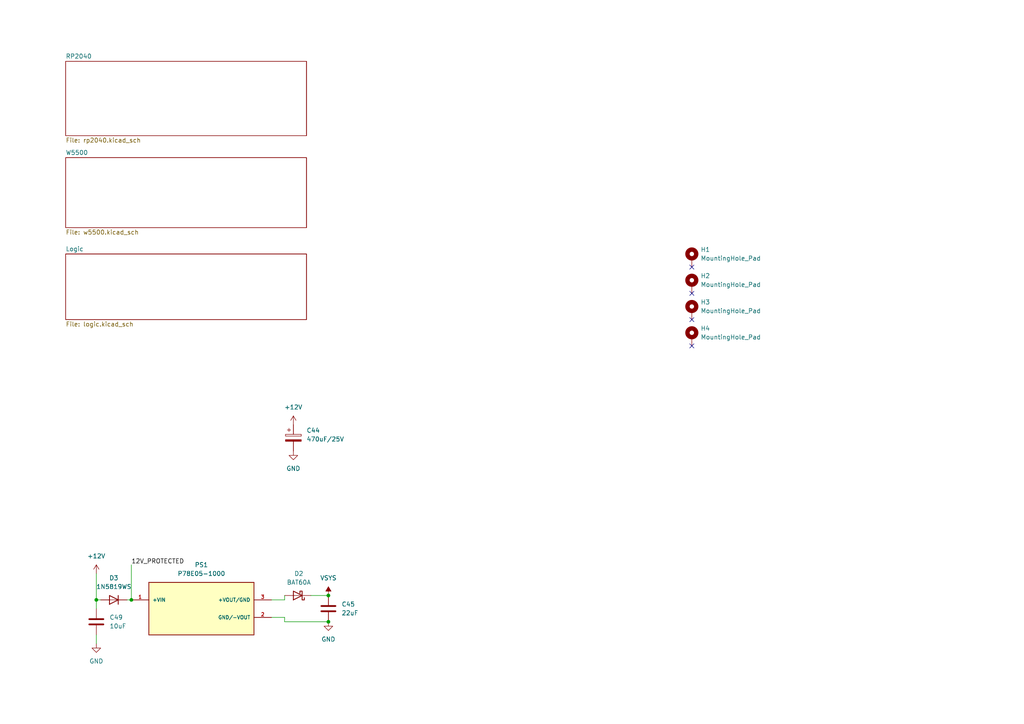
<source format=kicad_sch>
(kicad_sch (version 20211123) (generator eeschema)
  (paper "A4")
  (lib_symbols
    (symbol "01-rickbassham:VSYS" (power) (pin_names (offset 0))
      (property "Value" "VSYS" (at 0 3.81 0))
      (symbol "VSYS_0_1"
        (polyline (pts (xy 0 0) (xy 0 2.54)))
        (polyline (pts (xy 0.762 1.27) (xy -0.762 1.27) (xy 0 2.54) (xy 0.762 1.27)) (fill (type outline)))
      )
      (symbol "VSYS_1_1"
        (pin power_in line (at 0 0 90) (length 0) hide (name "VSYS") (number "1"))
      )
    )
    (symbol "Device:C" (pin_numbers hide) (pin_names (offset 0.254))
      (property "Reference" "C" (at 0.635 2.54 0))
      (property "Value" "C" (at 0.635 -2.54 0))
      (symbol "C_0_1"
        (polyline (pts (xy -2.032 -0.762) (xy 2.032 -0.762)) (stroke (width 0.508)))
        (polyline (pts (xy -2.032 0.762) (xy 2.032 0.762)) (stroke (width 0.508)))
      )
      (symbol "C_1_1"
        (pin passive line (at 0 3.81 270) (length 2.794) (name "~") (number "1"))
        (pin passive line (at 0 -3.81 90) (length 2.794) (name "~") (number "2"))
      )
    )
    (symbol "Device:C_Polarized" (pin_numbers hide) (pin_names (offset 0.254))
      (property "Reference" "C" (at 0.635 2.54 0))
      (property "Value" "C_Polarized" (at 0.635 -2.54 0))
      (symbol "C_Polarized_0_1"
        (rectangle (start -2.286 0.508) (end 2.286 1.016))
        (polyline (pts (xy -1.778 2.286) (xy -0.762 2.286)))
        (polyline (pts (xy -1.27 2.794) (xy -1.27 1.778)))
        (rectangle (start 2.286 -0.508) (end -2.286 -1.016) (fill (type outline)))
      )
      (symbol "C_Polarized_1_1"
        (pin passive line (at 0 3.81 270) (length 2.794) (name "~") (number "1"))
        (pin passive line (at 0 -3.81 90) (length 2.794) (name "~") (number "2"))
      )
    )
    (symbol "Device:D_Schottky" (pin_numbers hide) (pin_names (offset 1.016) hide)
      (property "Reference" "D" (at 0 2.54 0))
      (property "Value" "D_Schottky" (at 0 -2.54 0))
      (symbol "D_Schottky_0_1"
        (polyline (pts (xy 1.27 0) (xy -1.27 0)))
        (polyline (pts (xy 1.27 1.27) (xy 1.27 -1.27) (xy -1.27 0) (xy 1.27 1.27)) (stroke (width 0.254)))
        (polyline (pts (xy -1.905 0.635) (xy -1.905 1.27) (xy -1.27 1.27) (xy -1.27 -1.27) (xy -0.635 -1.27) (xy -0.635 -0.635)) (stroke (width 0.254)))
      )
      (symbol "D_Schottky_1_1"
        (pin passive line (at -3.81 0 0) (length 2.54) (name "K") (number "1"))
        (pin passive line (at 3.81 0 180) (length 2.54) (name "A") (number "2"))
      )
    )
    (symbol "Diode:1N4001" (pin_numbers hide) (pin_names (offset 1.016) hide)
      (property "Reference" "D" (at 0 2.54 0))
      (property "Value" "1N4001" (at 0 -2.54 0))
      (symbol "1N4001_0_1"
        (polyline (pts (xy -1.27 1.27) (xy -1.27 -1.27)) (stroke (width 0.254)))
        (polyline (pts (xy 1.27 0) (xy -1.27 0)))
        (polyline (pts (xy 1.27 1.27) (xy 1.27 -1.27) (xy -1.27 0) (xy 1.27 1.27)) (stroke (width 0.254)))
      )
      (symbol "1N4001_1_1"
        (pin passive line (at -3.81 0 0) (length 2.54) (name "K") (number "1"))
        (pin passive line (at 3.81 0 180) (length 2.54) (name "A") (number "2"))
      )
    )
    (symbol "Mechanical:MountingHole_Pad" (pin_numbers hide) (pin_names (offset 1.016) hide)
      (property "Reference" "H" (at 0 6.35 0))
      (property "Value" "MountingHole_Pad" (at 0 4.445 0))
      (symbol "MountingHole_Pad_0_1"
        (circle (center 0 1.27) (radius 1.27) (stroke (width 1.27)))
      )
      (symbol "MountingHole_Pad_1_1"
        (pin input line (at 0 -2.54 90) (length 2.54) (name "1") (number "1"))
      )
    )
    (symbol "power:+12V" (power) (pin_names (offset 0))
      (property "Value" "+12V" (at 0 3.556 0))
      (symbol "+12V_0_1"
        (polyline (pts (xy -0.762 1.27) (xy 0 2.54)))
        (polyline (pts (xy 0 0) (xy 0 2.54)))
        (polyline (pts (xy 0 2.54) (xy 0.762 1.27)))
      )
      (symbol "+12V_1_1"
        (pin power_in line (at 0 0 90) (length 0) hide (name "+12V") (number "1"))
      )
    )
    (symbol "power:GND" (power) (pin_names (offset 0))
      (property "Value" "GND" (at 0 -3.81 0))
      (symbol "GND_0_1"
        (polyline (pts (xy 0 0) (xy 0 -1.27) (xy 1.27 -1.27) (xy 0 -2.54) (xy -1.27 -1.27) (xy 0 -1.27)))
      )
      (symbol "GND_1_1"
        (pin power_in line (at 0 0 270) (length 0) hide (name "GND") (number "1"))
      )
    )
    (symbol "w5100s-evb-pico:P78E05-1000" (pin_names (offset 1.016))
      (property "Reference" "PS" (at -15.24 7.62 0))
      (property "Value" "P78E05-1000" (at -15.24 -10.16 0))
      (symbol "P78E05-1000_0_0"
        (rectangle (start -15.24 -7.62) (end 15.24 7.62) (stroke (width 0.254)) (fill (type background)))
        (pin input line (at -20.32 2.54 0) (length 5.08) (name "+VIN") (number "1"))
        (pin power_in line (at 20.32 -2.54 180) (length 5.08) (name "GND/-VOUT") (number "2"))
        (pin power_in line (at 20.32 2.54 180) (length 5.08) (name "+VOUT/GND") (number "3"))
      )
    )
  )
  (junction (at 27.94 173.99))
  (junction (at 95.25 172.72))
  (junction (at 95.25 180.34))
  (junction (at 38.1 173.99))
  (no_connect (at 200.66 92.71))
  (no_connect (at 200.66 100.33))
  (no_connect (at 200.66 77.47))
  (no_connect (at 200.66 85.09))
  (wire (pts (xy 36.83 173.99) (xy 38.1 173.99)))
  (wire (pts (xy 82.55 179.07) (xy 82.55 180.34)))
  (wire (pts (xy 38.1 163.83) (xy 38.1 173.99)))
  (wire (pts (xy 27.94 173.99) (xy 27.94 176.53)))
  (wire (pts (xy 29.21 173.99) (xy 27.94 173.99)))
  (wire (pts (xy 90.17 172.72) (xy 95.25 172.72)))
  (wire (pts (xy 82.55 180.34) (xy 95.25 180.34)))
  (wire (pts (xy 82.55 173.99) (xy 82.55 172.72)))
  (wire (pts (xy 27.94 166.37) (xy 27.94 173.99)))
  (wire (pts (xy 78.74 179.07) (xy 82.55 179.07)))
  (wire (pts (xy 27.94 184.15) (xy 27.94 186.69)))
  (wire (pts (xy 78.74 173.99) (xy 82.55 173.99)))
  (label "12V_PROTECTED" (at 38.1 163.83 0))
  (symbol (lib_id "Device:C") (at 27.94 180.34 0) (unit 1)
    (property "Reference" "C49" (at 31.75 179.0699 0) (effects (justify left)))
    (property "Value" "10uF" (at 31.75 181.6099 0) (effects (justify left)))
    (property "Footprint" "Capacitor_SMD:C_0603_1608Metric" (effects hide))
    (property "DigiKey Part" "445-173297-1-ND" (effects hide))
    (property "Manufacturer Part" "FG20X7R1H106KRT06" (effects hide))
    (property "PurchaseLink" "https://www.digikey.com/en/products/detail/tdk-corporation/FG20X7R1H106KRT06/5802911" (effects hide))
    (property "LCSC" "C96446" (effects hide))
    (property "JLCPCB Class" "B" (effects hide))
  )
  (symbol (lib_id "01-rickbassham:VSYS") (at 95.25 172.72 0) (unit 1)
    (property "Reference" "#PWR0178" (effects hide))
    (property "Value" "VSYS" (at 95.25 167.64 0))
  )
  (symbol (lib_id "Diode:1N4001") (at 33.02 173.99 180) (unit 1)
    (property "Reference" "D3" (at 33.02 167.64 0))
    (property "Value" "1N5819WS" (at 33.02 170.18 0))
    (property "Footprint" "Diode_SMD:D_SOD-323" (effects hide))
    (property "LCSC" "C191023" (effects hide))
    (property "JLCPCB Class" "B" (effects hide))
  )
  (symbol (lib_id "Mechanical:MountingHole_Pad") (at 200.66 90.17 0) (unit 1)
    (property "Reference" "H3" (at 203.2 87.6299 0) (effects (justify left)))
    (property "Value" "MountingHole_Pad" (at 203.2 90.1699 0) (effects (justify left)))
    (property "Footprint" "01-rickbassham:MountingHole_3.2mm_M3_DIN965_Pad" (effects hide))
  )
  (symbol (lib_id "power:+12V") (at 85.09 123.19 0) (unit 1)
    (property "Reference" "#PWR0181" (effects hide))
    (property "Value" "+12V" (at 85.09 118.11 0))
  )
  (symbol (lib_id "Mechanical:MountingHole_Pad") (at 200.66 74.93 0) (unit 1)
    (property "Reference" "H1" (at 203.2 72.3899 0) (effects (justify left)))
    (property "Value" "MountingHole_Pad" (at 203.2 74.9299 0) (effects (justify left)))
    (property "Footprint" "01-rickbassham:MountingHole_3.2mm_M3_DIN965_Pad" (effects hide))
  )
  (symbol (lib_id "Device:C") (at 95.25 176.53 0) (unit 1)
    (property "Reference" "C45" (at 99.06 175.2599 0) (effects (justify left)))
    (property "Value" "22uF" (at 99.06 177.7999 0) (effects (justify left)))
    (property "Footprint" "Capacitor_SMD:C_0603_1608Metric" (effects hide))
    (property "DigiKey Part" "445-173294-1-ND" (effects hide))
    (property "Manufacturer Part" "FG20X7R1C226MRT06" (effects hide))
    (property "PurchaseLink" "https://www.digikey.com/en/products/detail/tdk-corporation/FG20X7R1C226MRT06/5802908" (effects hide))
    (property "LCSC" "C59461" (effects hide))
    (property "JLCPCB Class" "B" (effects hide))
  )
  (symbol (lib_id "power:GND") (at 27.94 186.69 0) (unit 1)
    (property "Reference" "#PWR0177" (effects hide))
    (property "Value" "GND" (at 27.94 191.77 0))
  )
  (symbol (lib_id "power:+12V") (at 27.94 166.37 0) (unit 1)
    (property "Reference" "#PWR0176" (effects hide))
    (property "Value" "+12V" (at 27.94 161.29 0))
  )
  (symbol (lib_id "Mechanical:MountingHole_Pad") (at 200.66 97.79 0) (unit 1)
    (property "Reference" "H4" (at 203.2 95.2499 0) (effects (justify left)))
    (property "Value" "MountingHole_Pad" (at 203.2 97.7899 0) (effects (justify left)))
    (property "Footprint" "01-rickbassham:MountingHole_3.2mm_M3_DIN965_Pad" (effects hide))
  )
  (symbol (lib_id "Mechanical:MountingHole_Pad") (at 200.66 82.55 0) (unit 1)
    (property "Reference" "H2" (at 203.2 80.0099 0) (effects (justify left)))
    (property "Value" "MountingHole_Pad" (at 203.2 82.5499 0) (effects (justify left)))
    (property "Footprint" "01-rickbassham:MountingHole_3.2mm_M3_DIN965_Pad" (effects hide))
  )
  (symbol (lib_id "power:GND") (at 85.09 130.81 0) (unit 1)
    (property "Reference" "#PWR0180" (effects hide))
    (property "Value" "GND" (at 85.09 135.89 0))
  )
  (symbol (lib_id "Device:D_Schottky") (at 86.36 172.72 180) (unit 1)
    (property "Reference" "D2" (at 86.6775 166.37 0))
    (property "Value" "BAT60A" (at 86.6775 168.91 0))
    (property "Footprint" "Diode_SMD:D_SOD-323" (effects hide))
    (property "Manufacturer PN" "BAT60AE6327HTSA1" (effects hide))
    (property "LCSC" "C520634" (effects hide))
    (property "JLCPCB Class" "E" (effects hide))
  )
  (symbol (lib_id "Device:C_Polarized") (at 85.09 127 0) (unit 1)
    (property "Reference" "C44" (at 88.9 124.8409 0) (effects (justify left)))
    (property "Value" "470uF/25V" (at 88.9 127.3809 0) (effects (justify left)))
    (property "Footprint" "Capacitor_SMD:CP_Elec_10x10.5" (effects hide))
    (property "LCSC" "C242138" (effects hide))
    (property "JLCPCB Class" "E" (effects hide))
  )
  (symbol (lib_id "w5100s-evb-pico:P78E05-1000") (at 58.42 176.53 0) (unit 1)
    (property "Reference" "PS1" (at 58.42 163.83 0))
    (property "Value" "P78E05-1000" (at 58.42 166.37 0))
    (property "Footprint" "01-rickbassham:CONV_P78E05-1000" (effects hide))
    (property "PurchaseLink" "https://www.digikey.com/en/products/detail/cui-inc/P78E05-1000/9649654" (effects hide))
    (property "Manufacturer Part" "P78E05-1000" (effects hide))
    (property "DigiKey Part" "102-5018-ND" (effects hide))
  )
  (symbol (lib_id "power:GND") (at 95.25 180.34 0) (unit 1)
    (property "Reference" "#PWR0179" (effects hide))
    (property "Value" "GND" (at 95.25 185.42 0))
  )
  (sheet (at 19.05 17.78) (size 69.85 21.59) (stroke (width 0.1524))
    (property "Sheet name" "RP2040" (at 19.05 17.0684 0) (effects (justify left bottom)))
    (property "Sheet file" "rp2040.kicad_sch" (at 19.05 39.9546 0) (effects (justify left top)))
  )
  (sheet (at 19.05 73.66) (size 69.85 19.05) (stroke (width 0.1524))
    (property "Sheet name" "Logic" (at 19.05 72.9484 0) (effects (justify left bottom)))
    (property "Sheet file" "logic.kicad_sch" (at 19.05 93.2946 0) (effects (justify left top)))
  )
  (sheet (at 19.05 45.72) (size 69.85 20.32) (stroke (width 0.1524))
    (property "Sheet name" "W5500" (at 19.05 45.0084 0) (effects (justify left bottom)))
    (property "Sheet file" "w5500.kicad_sch" (at 19.05 66.6246 0) (effects (justify left top)))
  )
)
</source>
